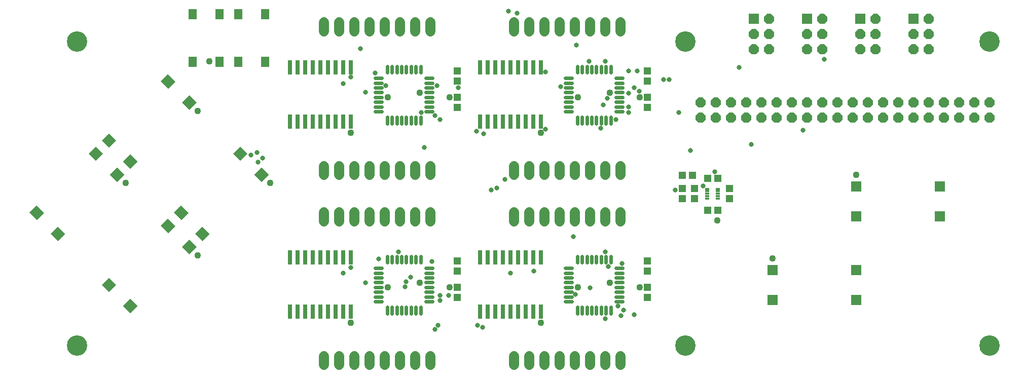
<source format=gts>
G75*
%MOIN*%
%OFA0B0*%
%FSLAX24Y24*%
%IPPOS*%
%LPD*%
%AMOC8*
5,1,8,0,0,1.08239X$1,22.5*
%
%ADD10C,0.1345*%
%ADD11R,0.0670X0.0690*%
%ADD12R,0.0296X0.0149*%
%ADD13R,0.0454X0.0493*%
%ADD14R,0.0493X0.0454*%
%ADD15OC8,0.0660*%
%ADD16C,0.0220*%
%ADD17R,0.0296X0.0926*%
%ADD18R,0.0660X0.0660*%
%ADD19C,0.0651*%
%ADD20R,0.0572X0.0670*%
%ADD21C,0.0436*%
%ADD22C,0.0330*%
D10*
X004109Y002680D03*
X044109Y002680D03*
X064109Y002680D03*
X064109Y022680D03*
X044109Y022680D03*
X004109Y022680D03*
D11*
G36*
X010585Y020061D02*
X010112Y019588D01*
X009625Y020075D01*
X010098Y020548D01*
X010585Y020061D01*
G37*
G36*
X011977Y018669D02*
X011504Y018196D01*
X011017Y018683D01*
X011490Y019156D01*
X011977Y018669D01*
G37*
G36*
X006702Y016177D02*
X006229Y015704D01*
X005742Y016191D01*
X006215Y016664D01*
X006702Y016177D01*
G37*
G36*
X005835Y015311D02*
X005362Y014838D01*
X004875Y015325D01*
X005348Y015798D01*
X005835Y015311D01*
G37*
G36*
X008093Y014785D02*
X007620Y014312D01*
X007133Y014799D01*
X007606Y015272D01*
X008093Y014785D01*
G37*
G36*
X007227Y013919D02*
X006754Y013446D01*
X006267Y013933D01*
X006740Y014406D01*
X007227Y013919D01*
G37*
G36*
X011452Y011427D02*
X010979Y010954D01*
X010492Y011441D01*
X010965Y011914D01*
X011452Y011427D01*
G37*
G36*
X010585Y010561D02*
X010112Y010088D01*
X009625Y010575D01*
X010098Y011048D01*
X010585Y010561D01*
G37*
G36*
X012843Y010035D02*
X012370Y009562D01*
X011883Y010049D01*
X012356Y010522D01*
X012843Y010035D01*
G37*
G36*
X011977Y009169D02*
X011504Y008696D01*
X011017Y009183D01*
X011490Y009656D01*
X011977Y009169D01*
G37*
G36*
X006702Y006677D02*
X006229Y006204D01*
X005742Y006691D01*
X006215Y007164D01*
X006702Y006677D01*
G37*
G36*
X008093Y005285D02*
X007620Y004812D01*
X007133Y005299D01*
X007606Y005772D01*
X008093Y005285D01*
G37*
G36*
X003343Y010035D02*
X002870Y009562D01*
X002383Y010049D01*
X002856Y010522D01*
X003343Y010035D01*
G37*
G36*
X001952Y011427D02*
X001479Y010954D01*
X000992Y011441D01*
X001465Y011914D01*
X001952Y011427D01*
G37*
G36*
X015335Y015311D02*
X014862Y014838D01*
X014375Y015325D01*
X014848Y015798D01*
X015335Y015311D01*
G37*
G36*
X016727Y013919D02*
X016254Y013446D01*
X015767Y013933D01*
X016240Y014406D01*
X016727Y013919D01*
G37*
X049863Y007664D03*
X049863Y005696D03*
X055355Y005696D03*
X055355Y007664D03*
X055363Y011196D03*
X055363Y013164D03*
X060855Y013164D03*
X060855Y011196D03*
D12*
X046264Y012365D03*
X046264Y012523D03*
X046264Y012680D03*
X046264Y012837D03*
X046264Y012995D03*
X045555Y012995D03*
X045555Y012837D03*
X045555Y012680D03*
X045555Y012523D03*
X045555Y012365D03*
D13*
X044709Y012345D03*
X043909Y012345D03*
X043909Y013015D03*
X044709Y013015D03*
X045575Y013680D03*
X046244Y013680D03*
X047009Y013015D03*
X047009Y012345D03*
X044594Y013880D03*
X043925Y013880D03*
X041609Y018345D03*
X041609Y019015D03*
X029109Y019015D03*
X029109Y018345D03*
X029109Y006515D03*
X029109Y005845D03*
X041609Y005845D03*
X041609Y006515D03*
D14*
X041609Y007595D03*
X041609Y008265D03*
X045575Y011580D03*
X046244Y011580D03*
X029109Y008265D03*
X029109Y007595D03*
X029109Y020095D03*
X029109Y020765D03*
X041609Y020765D03*
X041609Y020095D03*
D15*
X045109Y018680D03*
X046109Y018680D03*
X047109Y018680D03*
X048109Y018680D03*
X049109Y018680D03*
X050109Y018680D03*
X051109Y018680D03*
X052109Y018680D03*
X053109Y018680D03*
X054109Y018680D03*
X055109Y018680D03*
X056109Y018680D03*
X057109Y018680D03*
X058109Y018680D03*
X059109Y018680D03*
X060109Y018680D03*
X061109Y018680D03*
X062109Y018680D03*
X063109Y018680D03*
X064109Y018680D03*
X064109Y017680D03*
X063109Y017680D03*
X062109Y017680D03*
X061109Y017680D03*
X060109Y017680D03*
X059109Y017680D03*
X058109Y017680D03*
X057109Y017680D03*
X056109Y017680D03*
X055109Y017680D03*
X054109Y017680D03*
X053109Y017680D03*
X052109Y017680D03*
X051109Y017680D03*
X050109Y017680D03*
X049109Y017680D03*
X048109Y017680D03*
X047109Y017680D03*
X046109Y017680D03*
X045109Y017680D03*
X048609Y022180D03*
X049609Y022180D03*
X049609Y023180D03*
X048609Y023180D03*
X049609Y024180D03*
X052109Y023180D03*
X053109Y023180D03*
X053109Y022180D03*
X052109Y022180D03*
X055609Y022180D03*
X056609Y022180D03*
X056609Y023180D03*
X055609Y023180D03*
X056609Y024180D03*
X059109Y023180D03*
X060109Y023180D03*
X060109Y022180D03*
X059109Y022180D03*
X060109Y024180D03*
X053109Y024180D03*
D16*
X039998Y020282D02*
X039568Y020282D01*
X039568Y019967D02*
X039998Y019967D01*
X039998Y019652D02*
X039568Y019652D01*
X039568Y019337D02*
X039998Y019337D01*
X039998Y019023D02*
X039568Y019023D01*
X039568Y018708D02*
X039998Y018708D01*
X039998Y018393D02*
X039568Y018393D01*
X039568Y018078D02*
X039998Y018078D01*
X039212Y017722D02*
X039212Y017292D01*
X038897Y017292D02*
X038897Y017722D01*
X038582Y017722D02*
X038582Y017292D01*
X038267Y017292D02*
X038267Y017722D01*
X037952Y017722D02*
X037952Y017292D01*
X037637Y017292D02*
X037637Y017722D01*
X037322Y017722D02*
X037322Y017292D01*
X037007Y017292D02*
X037007Y017722D01*
X036651Y018078D02*
X036221Y018078D01*
X036221Y018393D02*
X036651Y018393D01*
X036651Y018708D02*
X036221Y018708D01*
X036221Y019023D02*
X036651Y019023D01*
X036651Y019337D02*
X036221Y019337D01*
X036221Y019652D02*
X036651Y019652D01*
X036651Y019967D02*
X036221Y019967D01*
X036221Y020282D02*
X036651Y020282D01*
X037007Y020638D02*
X037007Y021068D01*
X037322Y021068D02*
X037322Y020638D01*
X037637Y020638D02*
X037637Y021068D01*
X037952Y021068D02*
X037952Y020638D01*
X038267Y020638D02*
X038267Y021068D01*
X038582Y021068D02*
X038582Y020638D01*
X038897Y020638D02*
X038897Y021068D01*
X039212Y021068D02*
X039212Y020638D01*
X027498Y020282D02*
X027068Y020282D01*
X027068Y019967D02*
X027498Y019967D01*
X027498Y019652D02*
X027068Y019652D01*
X027068Y019337D02*
X027498Y019337D01*
X027498Y019023D02*
X027068Y019023D01*
X027068Y018708D02*
X027498Y018708D01*
X027498Y018393D02*
X027068Y018393D01*
X027068Y018078D02*
X027498Y018078D01*
X026712Y017722D02*
X026712Y017292D01*
X026397Y017292D02*
X026397Y017722D01*
X026082Y017722D02*
X026082Y017292D01*
X025767Y017292D02*
X025767Y017722D01*
X025452Y017722D02*
X025452Y017292D01*
X025137Y017292D02*
X025137Y017722D01*
X024822Y017722D02*
X024822Y017292D01*
X024507Y017292D02*
X024507Y017722D01*
X024151Y018078D02*
X023721Y018078D01*
X023721Y018393D02*
X024151Y018393D01*
X024151Y018708D02*
X023721Y018708D01*
X023721Y019023D02*
X024151Y019023D01*
X024151Y019337D02*
X023721Y019337D01*
X023721Y019652D02*
X024151Y019652D01*
X024151Y019967D02*
X023721Y019967D01*
X023721Y020282D02*
X024151Y020282D01*
X024507Y020638D02*
X024507Y021068D01*
X024822Y021068D02*
X024822Y020638D01*
X025137Y020638D02*
X025137Y021068D01*
X025452Y021068D02*
X025452Y020638D01*
X025767Y020638D02*
X025767Y021068D01*
X026082Y021068D02*
X026082Y020638D01*
X026397Y020638D02*
X026397Y021068D01*
X026712Y021068D02*
X026712Y020638D01*
X026712Y008568D02*
X026712Y008138D01*
X026397Y008138D02*
X026397Y008568D01*
X026082Y008568D02*
X026082Y008138D01*
X025767Y008138D02*
X025767Y008568D01*
X025452Y008568D02*
X025452Y008138D01*
X025137Y008138D02*
X025137Y008568D01*
X024822Y008568D02*
X024822Y008138D01*
X024507Y008138D02*
X024507Y008568D01*
X024151Y007782D02*
X023721Y007782D01*
X023721Y007467D02*
X024151Y007467D01*
X024151Y007152D02*
X023721Y007152D01*
X023721Y006837D02*
X024151Y006837D01*
X024151Y006523D02*
X023721Y006523D01*
X023721Y006208D02*
X024151Y006208D01*
X024151Y005893D02*
X023721Y005893D01*
X023721Y005578D02*
X024151Y005578D01*
X024507Y005222D02*
X024507Y004792D01*
X024822Y004792D02*
X024822Y005222D01*
X025137Y005222D02*
X025137Y004792D01*
X025452Y004792D02*
X025452Y005222D01*
X025767Y005222D02*
X025767Y004792D01*
X026082Y004792D02*
X026082Y005222D01*
X026397Y005222D02*
X026397Y004792D01*
X026712Y004792D02*
X026712Y005222D01*
X027068Y005578D02*
X027498Y005578D01*
X027498Y005893D02*
X027068Y005893D01*
X027068Y006208D02*
X027498Y006208D01*
X027498Y006523D02*
X027068Y006523D01*
X027068Y006837D02*
X027498Y006837D01*
X027498Y007152D02*
X027068Y007152D01*
X027068Y007467D02*
X027498Y007467D01*
X027498Y007782D02*
X027068Y007782D01*
X036221Y007782D02*
X036651Y007782D01*
X036651Y007467D02*
X036221Y007467D01*
X036221Y007152D02*
X036651Y007152D01*
X036651Y006837D02*
X036221Y006837D01*
X036221Y006523D02*
X036651Y006523D01*
X036651Y006208D02*
X036221Y006208D01*
X036221Y005893D02*
X036651Y005893D01*
X036651Y005578D02*
X036221Y005578D01*
X037007Y005222D02*
X037007Y004792D01*
X037322Y004792D02*
X037322Y005222D01*
X037637Y005222D02*
X037637Y004792D01*
X037952Y004792D02*
X037952Y005222D01*
X038267Y005222D02*
X038267Y004792D01*
X038582Y004792D02*
X038582Y005222D01*
X038897Y005222D02*
X038897Y004792D01*
X039212Y004792D02*
X039212Y005222D01*
X039568Y005578D02*
X039998Y005578D01*
X039998Y005893D02*
X039568Y005893D01*
X039568Y006208D02*
X039998Y006208D01*
X039998Y006523D02*
X039568Y006523D01*
X039568Y006837D02*
X039998Y006837D01*
X039998Y007152D02*
X039568Y007152D01*
X039568Y007467D02*
X039998Y007467D01*
X039998Y007782D02*
X039568Y007782D01*
X039212Y008138D02*
X039212Y008568D01*
X038897Y008568D02*
X038897Y008138D01*
X038582Y008138D02*
X038582Y008568D01*
X038267Y008568D02*
X038267Y008138D01*
X037952Y008138D02*
X037952Y008568D01*
X037637Y008568D02*
X037637Y008138D01*
X037322Y008138D02*
X037322Y008568D01*
X037007Y008568D02*
X037007Y008138D01*
D17*
X034609Y008477D03*
X034109Y008477D03*
X033609Y008477D03*
X033109Y008477D03*
X032609Y008477D03*
X032109Y008477D03*
X031609Y008477D03*
X031109Y008477D03*
X030609Y008477D03*
X022109Y008477D03*
X021609Y008477D03*
X021109Y008477D03*
X020609Y008477D03*
X020109Y008477D03*
X019609Y008477D03*
X019109Y008477D03*
X018609Y008477D03*
X018109Y008477D03*
X018109Y004930D03*
X018609Y004930D03*
X019109Y004930D03*
X019609Y004930D03*
X020109Y004930D03*
X020609Y004930D03*
X021109Y004930D03*
X021609Y004930D03*
X022109Y004930D03*
X030609Y004930D03*
X031109Y004930D03*
X031609Y004930D03*
X032109Y004930D03*
X032609Y004930D03*
X033109Y004930D03*
X033609Y004930D03*
X034109Y004930D03*
X034609Y004930D03*
X034609Y017430D03*
X034109Y017430D03*
X033609Y017430D03*
X033109Y017430D03*
X032609Y017430D03*
X032109Y017430D03*
X031609Y017430D03*
X031109Y017430D03*
X030609Y017430D03*
X022109Y017430D03*
X021609Y017430D03*
X021109Y017430D03*
X020609Y017430D03*
X020109Y017430D03*
X019609Y017430D03*
X019109Y017430D03*
X018609Y017430D03*
X018109Y017430D03*
X018109Y020977D03*
X018609Y020977D03*
X019109Y020977D03*
X019609Y020977D03*
X020109Y020977D03*
X020609Y020977D03*
X021109Y020977D03*
X021609Y020977D03*
X022109Y020977D03*
X030609Y020977D03*
X031109Y020977D03*
X031609Y020977D03*
X032109Y020977D03*
X032609Y020977D03*
X033109Y020977D03*
X033609Y020977D03*
X034109Y020977D03*
X034609Y020977D03*
D18*
X048609Y024180D03*
X052109Y024180D03*
X055609Y024180D03*
X059109Y024180D03*
D19*
X039859Y023945D02*
X039859Y023355D01*
X038859Y023355D02*
X038859Y023945D01*
X037859Y023945D02*
X037859Y023355D01*
X036859Y023355D02*
X036859Y023945D01*
X035859Y023945D02*
X035859Y023355D01*
X034859Y023355D02*
X034859Y023945D01*
X033859Y023945D02*
X033859Y023355D01*
X032859Y023355D02*
X032859Y023945D01*
X027359Y023945D02*
X027359Y023355D01*
X026359Y023355D02*
X026359Y023945D01*
X025359Y023945D02*
X025359Y023355D01*
X024359Y023355D02*
X024359Y023945D01*
X023359Y023945D02*
X023359Y023355D01*
X022359Y023355D02*
X022359Y023945D01*
X021359Y023945D02*
X021359Y023355D01*
X020359Y023355D02*
X020359Y023945D01*
X020359Y014495D02*
X020359Y013905D01*
X021359Y013905D02*
X021359Y014495D01*
X022359Y014495D02*
X022359Y013905D01*
X023359Y013905D02*
X023359Y014495D01*
X024359Y014495D02*
X024359Y013905D01*
X025359Y013905D02*
X025359Y014495D01*
X026359Y014495D02*
X026359Y013905D01*
X027359Y013905D02*
X027359Y014495D01*
X032859Y014495D02*
X032859Y013905D01*
X033859Y013905D02*
X033859Y014495D01*
X034859Y014495D02*
X034859Y013905D01*
X035859Y013905D02*
X035859Y014495D01*
X036859Y014495D02*
X036859Y013905D01*
X037859Y013905D02*
X037859Y014495D01*
X038859Y014495D02*
X038859Y013905D01*
X039859Y013905D02*
X039859Y014495D01*
X039859Y011445D02*
X039859Y010855D01*
X038859Y010855D02*
X038859Y011445D01*
X037859Y011445D02*
X037859Y010855D01*
X036859Y010855D02*
X036859Y011445D01*
X035859Y011445D02*
X035859Y010855D01*
X034859Y010855D02*
X034859Y011445D01*
X033859Y011445D02*
X033859Y010855D01*
X032859Y010855D02*
X032859Y011445D01*
X027359Y011445D02*
X027359Y010855D01*
X026359Y010855D02*
X026359Y011445D01*
X025359Y011445D02*
X025359Y010855D01*
X024359Y010855D02*
X024359Y011445D01*
X023359Y011445D02*
X023359Y010855D01*
X022359Y010855D02*
X022359Y011445D01*
X021359Y011445D02*
X021359Y010855D01*
X020359Y010855D02*
X020359Y011445D01*
X020359Y001995D02*
X020359Y001405D01*
X021359Y001405D02*
X021359Y001995D01*
X022359Y001995D02*
X022359Y001405D01*
X023359Y001405D02*
X023359Y001995D01*
X024359Y001995D02*
X024359Y001405D01*
X025359Y001405D02*
X025359Y001995D01*
X026359Y001995D02*
X026359Y001405D01*
X027359Y001405D02*
X027359Y001995D01*
X032859Y001995D02*
X032859Y001405D01*
X033859Y001405D02*
X033859Y001995D01*
X034859Y001995D02*
X034859Y001405D01*
X035859Y001405D02*
X035859Y001995D01*
X036859Y001995D02*
X036859Y001405D01*
X037859Y001405D02*
X037859Y001995D01*
X038859Y001995D02*
X038859Y001405D01*
X039859Y001405D02*
X039859Y001995D01*
D20*
X016495Y021365D03*
X014723Y021365D03*
X013495Y021365D03*
X011723Y021365D03*
X011723Y024495D03*
X013495Y024495D03*
X014723Y024495D03*
X016495Y024495D03*
D21*
X012809Y021380D03*
X012059Y018130D03*
X022109Y016680D03*
X024559Y019030D03*
X026659Y019330D03*
X028609Y019030D03*
X034609Y016680D03*
X037059Y019030D03*
X039159Y019330D03*
X041109Y019030D03*
X055359Y013930D03*
X046209Y010930D03*
X049859Y008430D03*
X041109Y006530D03*
X039159Y006830D03*
X037059Y006530D03*
X034609Y004180D03*
X028609Y006530D03*
X026659Y006830D03*
X024559Y006530D03*
X022109Y004180D03*
X012059Y008630D03*
X007309Y013380D03*
X016809Y013380D03*
D22*
X016029Y014740D03*
X016309Y015020D03*
X015959Y015370D03*
X015539Y015230D03*
X023099Y019360D03*
X024429Y019780D03*
X022119Y020340D03*
X021629Y019920D03*
X023729Y020620D03*
X022749Y022230D03*
X027789Y019780D03*
X029189Y019640D03*
X026739Y018030D03*
X027649Y017820D03*
X027999Y017540D03*
X030379Y016770D03*
X030869Y016630D03*
X026949Y015720D03*
X032269Y013620D03*
X031709Y013060D03*
X031359Y012920D03*
X036749Y009840D03*
X038849Y008860D03*
X039059Y007880D03*
X039969Y008090D03*
X037869Y006480D03*
X036889Y006060D03*
X039689Y005290D03*
X040039Y005010D03*
X039899Y004660D03*
X038849Y004450D03*
X040739Y004730D03*
X034159Y007600D03*
X032619Y007460D03*
X028559Y005990D03*
X027999Y005990D03*
X027999Y005640D03*
X025689Y006550D03*
X025759Y006900D03*
X026039Y007180D03*
X027439Y008230D03*
X025269Y008860D03*
X023939Y008370D03*
X022119Y007810D03*
X021629Y007460D03*
X023099Y006830D03*
X027859Y004030D03*
X027649Y003750D03*
X030449Y004030D03*
X030799Y003890D03*
X043469Y012920D03*
X045289Y013200D03*
X046059Y014110D03*
X044449Y015510D03*
X048439Y015930D03*
X051869Y016840D03*
X043679Y018030D03*
X041089Y019430D03*
X040739Y019640D03*
X040389Y019290D03*
X038989Y018940D03*
X038709Y018520D03*
X040389Y018380D03*
X040389Y018030D03*
X039549Y017540D03*
X038569Y016980D03*
X034929Y016910D03*
X035909Y019710D03*
X034929Y020690D03*
X037799Y021390D03*
X038849Y021390D03*
X040389Y020760D03*
X040949Y020760D03*
X042699Y020200D03*
X043049Y020200D03*
X047669Y020970D03*
X053269Y021530D03*
X036959Y022440D03*
X033039Y024540D03*
X032479Y024680D03*
M02*

</source>
